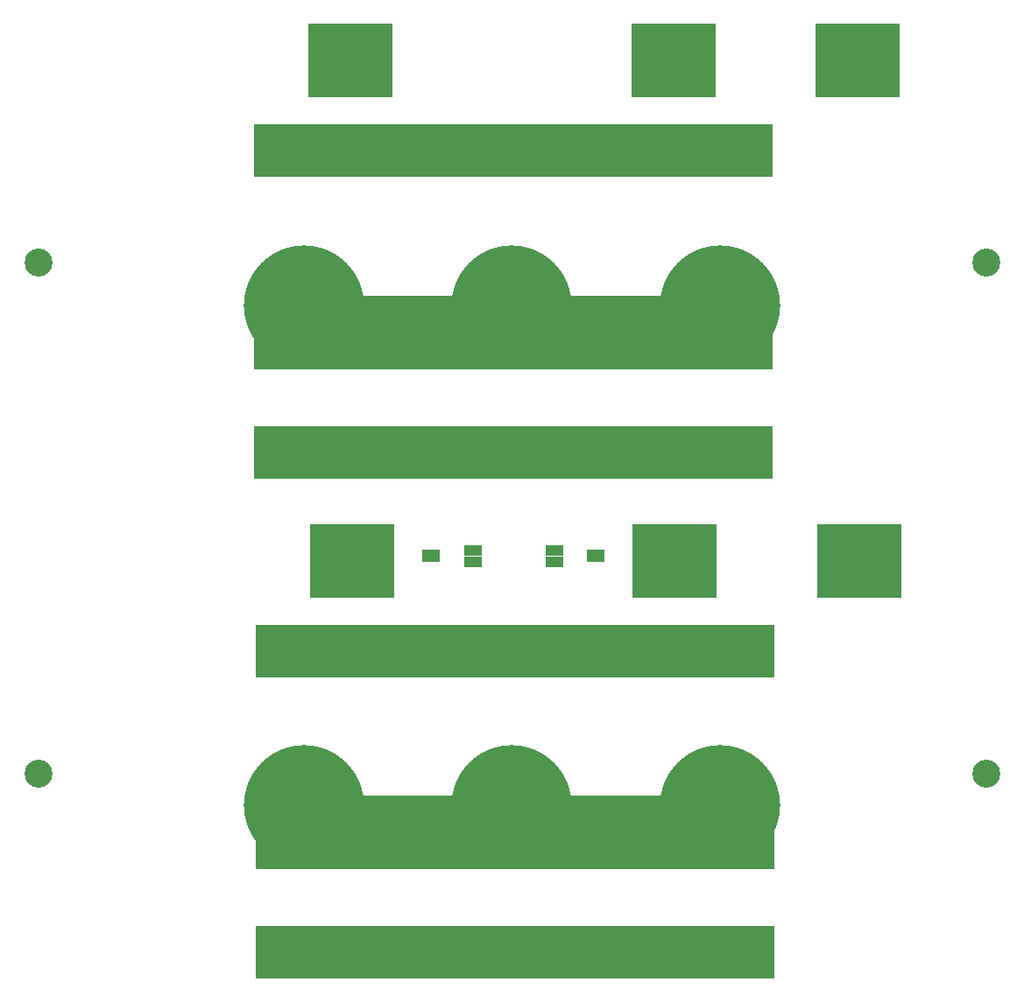
<source format=gts>
G04 Layer_Color=8388736*
%FSLAX25Y25*%
%MOIN*%
G70*
G01*
G75*
%ADD29R,0.07099X0.03950*%
%ADD30R,0.07099X0.04737*%
%ADD31R,0.32296X0.28359*%
%ADD32R,1.97650X0.20485*%
%ADD33R,1.97650X0.28359*%
%ADD34C,0.45800*%
%ADD35C,0.10642*%
D29*
X177445Y180285D02*
D03*
Y184616D02*
D03*
X146378D02*
D03*
Y180285D02*
D03*
D30*
X193193Y182450D02*
D03*
X130630D02*
D03*
D31*
X100585Y180529D02*
D03*
X223321Y180532D02*
D03*
X293498D02*
D03*
X99935Y370998D02*
D03*
X222671Y371000D02*
D03*
X292848D02*
D03*
D32*
X162602Y146300D02*
D03*
Y31500D02*
D03*
X161953Y336769D02*
D03*
Y221969D02*
D03*
D33*
X162500Y77000D02*
D03*
X161850Y267469D02*
D03*
D34*
X82117Y87500D02*
D03*
X161317D02*
D03*
X240517D02*
D03*
X82117Y277850D02*
D03*
X161317D02*
D03*
X240517D02*
D03*
D35*
X-18898Y294094D02*
D03*
Y99606D02*
D03*
X341732Y294094D02*
D03*
Y99606D02*
D03*
M02*

</source>
